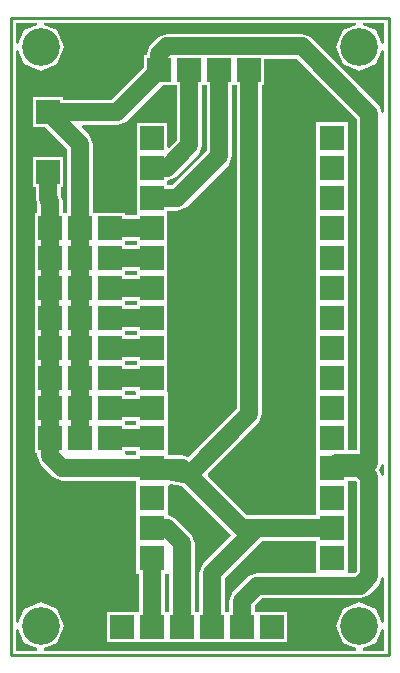
<source format=gbl>
%FSLAX44Y44*%
%MOMM*%
%SFA1B1*%

%IPPOS*%
%ADD10C,1.499997*%
%ADD11C,3.199994*%
%ADD12R,2.031996X2.031996*%
%ADD13R,2.158996X2.158996*%
%ADD14R,2.031996X2.031996*%
%ADD15C,0.253999*%
%LNpcb1-1*%
%LPD*%
%SRX1Y1I0J0*%
G36*
X158577Y533913D02*
X169983Y529189D01*
X175860Y514999*
X169983Y500809*
X155793Y494932*
X141603Y500809*
X136879Y512215*
X134917Y511825*
Y28174*
X136879Y27784*
X141603Y39189*
X155793Y45067*
X169983Y39189*
X175860Y24999*
X169983Y10809*
X158576Y6085*
X158966Y4123*
X422620*
X423010Y6085*
X411603Y10809*
X405725Y24999*
X411603Y39189*
X425793Y45067*
X439983Y39189*
X444708Y27782*
X446669Y28173*
Y65850*
X444708Y66240*
X441967Y59625*
X433839Y51497*
X426155Y48314*
X343535*
X337200Y41980*
Y36830*
X364433*
Y11430*
X212033*
Y36830*
X239266*
Y69215*
X236798*
Y94615*
Y120015*
Y145415*
Y147882*
X173933*
X166249Y151065*
X156089Y161225*
X152906Y168910*
Y171450*
X151073*
Y196850*
Y222250*
Y247650*
Y273050*
Y298450*
Y323850*
Y349250*
Y374650*
X152906*
Y383013*
X151636Y386080*
Y396240*
X149803*
Y421640*
X175203*
Y396240*
X173370*
Y387875*
X174640Y384810*
Y374650*
X178306*
Y428568*
X159835Y447040*
X149803*
Y472440*
X175203*
Y470606*
X216422*
X243783Y497968*
Y508000*
X245616*
Y509270*
X248799Y516953*
X255149Y523303*
X262833Y526486*
X377133*
X382567Y524235*
X384817Y523303*
X441967Y466153*
X444708Y459538*
X446669Y459928*
Y511826*
X444708Y512216*
X439983Y500809*
X425793Y494932*
X411603Y500809*
X405725Y514999*
X411603Y529189*
X423008Y533913*
X422618Y535875*
X158967*
X158577Y533913*
G37*
G36*
X345383Y482600D02*
X343550D01*
Y204724*
X340367Y197039*
X297490Y154161*
Y152161*
X330835Y118816*
X389198*
Y120015*
Y145415*
Y170815*
Y196215*
Y221615*
Y247015*
Y272415*
Y297815*
Y323215*
Y348615*
Y374015*
Y399415*
Y424815*
Y451485*
X415868*
Y424815*
Y399415*
Y374015*
Y348615*
Y323215*
Y297815*
Y272415*
Y247015*
Y221615*
Y196215*
Y173934*
X423416*
Y453968*
X372632Y504752*
X345383*
Y482600*
G37*
G36*
X442678Y157099D02*
X444708Y152198D01*
X446669Y152588*
Y161608*
X444708Y161998*
X442678Y157099*
G37*
G36*
X227273Y171450D02*
D01*
Y171030*
X228687Y169616*
X236798*
Y170815*
Y173282*
X227273*
Y171450*
G37*
G36*
X318150Y422910D02*
X314967Y415225D01*
X279407Y379665*
X271723Y376482*
X262833*
Y374650*
Y349250*
Y323850*
Y298450*
Y273050*
Y247650*
Y222885*
X263468*
Y196215*
Y170815*
Y169616*
X275533*
X280253Y167661*
X321816Y209224*
Y482600*
X318150*
Y422910*
G37*
G36*
X415868Y145415D02*
Y120015D01*
Y94615*
Y70048*
X421654*
X423416Y71810*
Y146628*
X422162Y147882*
X415868*
Y145415*
G37*
G36*
X134917Y21825D02*
Y4123D01*
X152620*
X153010Y6085*
X141603Y10809*
X136879Y22215*
X134917Y21825*
G37*
G36*
X439983Y10809D02*
X428576Y6085D01*
X428966Y4123*
X446669*
Y21826*
X444708Y22216*
X439983Y10809*
G37*
G36*
X311800Y65348D02*
Y36830D01*
X315466*
Y46482*
X318649Y54165*
X331349Y66865*
X339033Y70048*
X389198*
Y94615*
Y97082*
X343535*
X311800Y65348*
G37*
G36*
X261000Y36830D02*
X264666D01*
Y69215*
X263468*
X261000*
Y36830*
G37*
G36*
X263468Y143742D02*
Y120015D01*
Y118553*
X270517Y115633*
X283217Y102933*
X286400Y95250*
Y36830*
X290066*
Y69850*
X293249Y77533*
X317315Y101600*
X275844Y143070*
X265003Y145025*
X263468Y143742*
G37*
G36*
X228607Y452055D02*
X220923Y448872D01*
X191352*
X190587Y447024*
X196857Y440753*
X200040Y433070*
Y374650*
X227273*
Y372816*
X237433*
Y374650*
Y400050*
Y425450*
Y450850*
X262833*
Y430731*
X264681Y429965*
X271016Y436300*
Y482600*
X259152*
X228607Y452055*
G37*
G36*
X227273Y349250D02*
Y347416D01*
X237433*
Y349250*
Y351082*
X227273*
Y349250*
G37*
G36*
X292750Y431800D02*
D01*
X289567Y424115*
X270517Y405065*
X262833Y401882*
Y400050*
Y398216*
X267222*
X296416Y427410*
Y482600*
X292750*
Y431800*
G37*
G36*
X134917Y518174D02*
X136879Y517784D01*
X141603Y529189*
X153009Y533913*
X152618Y535875*
X134917*
Y518174*
G37*
G36*
X428577Y533913D02*
X439983Y529189D01*
X444708Y517782*
X446669Y518173*
Y535875*
X428968*
X428577Y533913*
G37*
G36*
X227273Y323850D02*
Y322016D01*
X237433*
Y323850*
Y325682*
X227273*
Y323850*
G37*
G36*
Y222250D02*
Y220416D01*
X236798*
Y222885*
X235600Y224082*
X227273*
Y222250*
G37*
G36*
Y196850D02*
Y195016D01*
X236798*
Y196215*
Y198682*
X227273*
Y196850*
G37*
G36*
Y247650D02*
Y245816D01*
X237433*
Y247650*
Y249482*
X227273*
Y247650*
G37*
G36*
Y298450D02*
Y296616D01*
X237433*
Y298450*
Y300282*
X227273*
Y298450*
G37*
G36*
Y273050D02*
Y271216D01*
X237433*
Y273050*
Y274882*
X227273*
Y273050*
G37*
G54D10*
X250133Y361950D02*
X214573D01*
X250133Y336550D02*
X214573D01*
X250133Y311150D02*
X214573D01*
X250133Y285750D02*
X214573D01*
X250133Y260350D02*
X214573D01*
X250133Y234950D02*
X214573D01*
X250133Y209550D02*
X214573D01*
X250133Y184150D02*
X214573D01*
X250133Y24130D02*
Y82550D01*
X163773Y285750D02*
Y311150D01*
Y260350D02*
Y285750D01*
Y311150D02*
Y336550D01*
Y361950*
Y384810*
X162503Y386080*
Y408940*
X163773Y209550D02*
Y234950D01*
Y260350*
Y184150D02*
Y209550D01*
X189173Y285750D02*
Y311150D01*
Y260350D02*
Y285750D01*
Y311150D02*
Y336550D01*
Y361950*
Y209550D02*
Y234950D01*
Y184150D02*
Y209550D01*
Y234950D02*
Y260350D01*
Y433070D02*
X162503Y459740D01*
X189173Y361950D02*
Y433070D01*
X163773Y168910D02*
Y184150D01*
X173933Y158750D02*
X163773Y168910D01*
X250133Y158750D02*
X173933D01*
X256483Y495300D02*
X220923Y459740D01*
X162503*
X281883Y431800D02*
Y495300D01*
Y431800D02*
X262833Y412750D01*
X250133*
X307283Y422910D02*
Y495300D01*
Y422910D02*
X271723Y387350D01*
X250133*
X300933Y24130D02*
Y69850D01*
X339033Y107950D02*
X300933Y69850D01*
X402533Y107950D02*
X339033D01*
X406851Y163068D02*
X402533Y158750D01*
X262833Y515620D02*
X256483Y509270D01*
Y495300D02*
Y509270D01*
X275533Y158750D02*
X250133D01*
X326333Y24130D02*
Y46482D01*
X339033Y59182D02*
X326333Y46482D01*
X275533Y24130D02*
Y95250D01*
X262833Y107950*
X250133*
X281121Y153162D02*
X250133Y158750D01*
X332683Y204724D02*
X281121Y153162D01*
X332683Y204724D02*
Y495300D01*
X339033Y107950D02*
X326333D01*
X281121Y153162*
X275533Y158750*
X434283Y163068D02*
X406851D01*
X434283D02*
Y458470D01*
X377133Y515620*
X262833*
X434283Y151130D02*
X426663Y158750D01*
X402533*
X434283Y67310D02*
Y151130D01*
Y67310D02*
X426155Y59182D01*
X339033*
G54D11*
X155793Y24999D03*
X425793D03*
X155793Y514999D03*
X425793D03*
G54D12*
X163773Y260350D03*
X189173D03*
X214573D03*
X163773Y285750D03*
X189173D03*
X214573D03*
X163773Y311150D03*
X189173D03*
X214573D03*
X163773Y336550D03*
X189173D03*
X214573D03*
X163773Y184150D03*
X189173D03*
X214573D03*
X163773Y209550D03*
X189173D03*
X214573D03*
X224733Y24130D03*
X250133D03*
X275533D03*
X300933D03*
X326333D03*
X351733D03*
X163773Y234950D03*
X189173D03*
X214573D03*
X332683Y495300D03*
X307283D03*
X281883D03*
X256483D03*
X163773Y361950D03*
X189173D03*
X214573D03*
G54D13*
X402533Y438150D03*
Y412750D03*
Y387350D03*
Y361950D03*
Y336550D03*
Y311150D03*
Y285750D03*
Y260350D03*
Y234950D03*
Y209550D03*
Y184150D03*
Y158750D03*
Y133350D03*
Y107950D03*
Y82550D03*
X250133D03*
Y107950D03*
Y133350D03*
Y158750D03*
Y184150D03*
Y209550D03*
G54D14*
X250133Y234950D03*
Y260350D03*
Y285750D03*
Y311150D03*
Y336550D03*
Y361950D03*
Y387350D03*
Y412750D03*
Y438150D03*
X162503Y459740D03*
Y408940D03*
G54D15*
X450793Y0D02*
Y539999D01*
Y0D02*
X130793D01*
Y539999*
X450793D02*
X130793D01*
M02*
</source>
